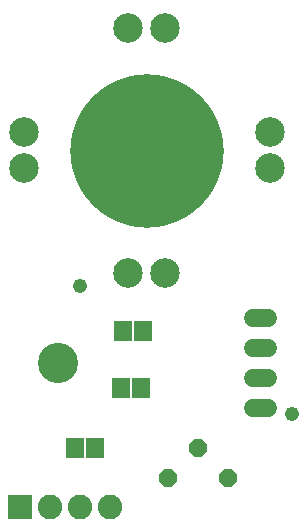
<source format=gbs>
G75*
G70*
%OFA0B0*%
%FSLAX24Y24*%
%IPPOS*%
%LPD*%
%AMOC8*
5,1,8,0,0,1.08239X$1,22.5*
%
%ADD10R,0.0592X0.0671*%
%ADD11OC8,0.0600*%
%ADD12R,0.0820X0.0820*%
%ADD13C,0.0820*%
%ADD14C,0.1340*%
%ADD15C,0.0595*%
%ADD16C,0.0986*%
%ADD17C,0.5119*%
%ADD18C,0.0476*%
D10*
X002750Y002856D03*
X003419Y002856D03*
X004265Y004848D03*
X004935Y004848D03*
X005021Y006769D03*
X004352Y006769D03*
D11*
X006836Y002868D03*
X007836Y001868D03*
X005836Y001868D03*
D12*
X000895Y000895D03*
D13*
X001895Y000895D03*
X002895Y000895D03*
X003895Y000895D03*
D14*
X002187Y005691D03*
D15*
X008661Y006191D02*
X009176Y006191D01*
X009176Y007191D02*
X008661Y007191D01*
X008661Y005191D02*
X009176Y005191D01*
X009176Y004191D02*
X008661Y004191D01*
D16*
X005730Y008683D03*
X004509Y008683D03*
X001045Y012187D03*
X001045Y013407D03*
X004509Y016872D03*
X005730Y016872D03*
X009234Y013407D03*
X009234Y012187D03*
D17*
X005139Y012777D03*
D18*
X002895Y008250D03*
X009982Y003998D03*
M02*

</source>
